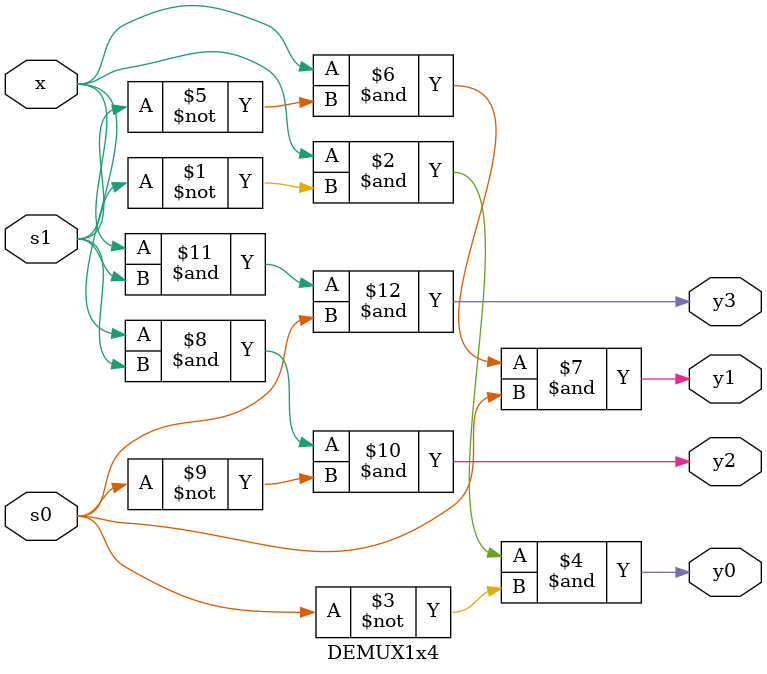
<source format=v>
module DEMUX1x4(
    input x,
    input s1,
    input s0,
    output y0,
    output y1,
    output y2,
    output y3
    );
    assign y0 = x&(~s1)&(~s0);
    assign y1 = x&(~s1)&(s0);
    assign y2 = x&(s1)&(~s0);
    assign y3 = x&(s1)&(s0);
endmodule
</source>
